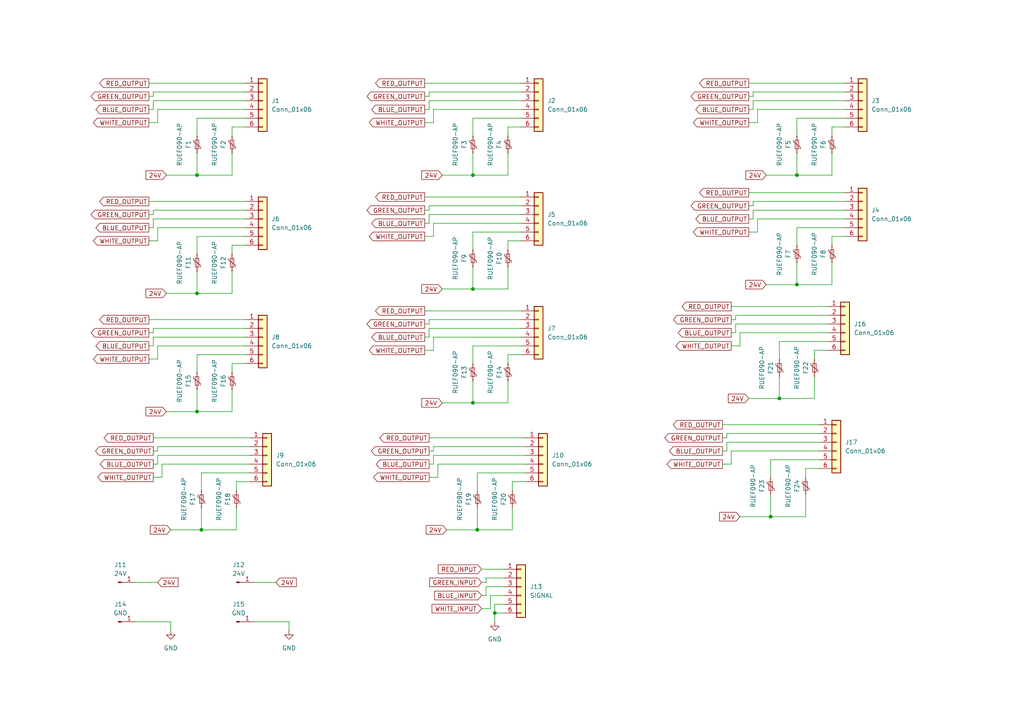
<source format=kicad_sch>
(kicad_sch (version 20211123) (generator eeschema)
  (paper "A4")
  (lib_symbols
    (symbol "Connector:Conn_01x01_Male" (pin_names (offset 1.016) hide)
      (property "Reference" "J" (at 0 2.54 0))
      (property "Value" "Conn_01x01_Male" (at 0 -2.54 0))
      (symbol "Conn_01x01_Male_1_1"
        (polyline (pts (xy 1.27 0) (xy 0.8636 0)) (stroke (width 0.1524)))
        (rectangle (start 0.8636 0.127) (end 0 -0.127) (stroke (width 0.1524)) (fill (type outline)))
        (pin passive line (at 5.08 0 180) (length 3.81) (name "Pin_1") (number "1"))
      )
    )
    (symbol "Connector_Generic:Conn_01x06" (pin_names (offset 1.016) hide)
      (property "Reference" "J" (at 0 7.62 0))
      (property "Value" "Conn_01x06" (at 0 -10.16 0))
      (symbol "Conn_01x06_1_1"
        (rectangle (start -1.27 -7.493) (end 0 -7.747) (stroke (width 0.1524)))
        (rectangle (start -1.27 -4.953) (end 0 -5.207) (stroke (width 0.1524)))
        (rectangle (start -1.27 -2.413) (end 0 -2.667) (stroke (width 0.1524)))
        (rectangle (start -1.27 0.127) (end 0 -0.127) (stroke (width 0.1524)))
        (rectangle (start -1.27 2.667) (end 0 2.413) (stroke (width 0.1524)))
        (rectangle (start -1.27 5.207) (end 0 4.953) (stroke (width 0.1524)))
        (rectangle (start -1.27 6.35) (end 1.27 -8.89) (stroke (width 0.254)) (fill (type background)))
        (pin passive line (at -5.08 5.08 0) (length 3.81) (name "Pin_1") (number "1"))
        (pin passive line (at -5.08 2.54 0) (length 3.81) (name "Pin_2") (number "2"))
        (pin passive line (at -5.08 0 0) (length 3.81) (name "Pin_3") (number "3"))
        (pin passive line (at -5.08 -2.54 0) (length 3.81) (name "Pin_4") (number "4"))
        (pin passive line (at -5.08 -5.08 0) (length 3.81) (name "Pin_5") (number "5"))
        (pin passive line (at -5.08 -7.62 0) (length 3.81) (name "Pin_6") (number "6"))
      )
    )
    (symbol "Device:Polyfuse_Small" (pin_numbers hide) (pin_names (offset 0))
      (property "Reference" "F?" (at -2.54 0 90))
      (property "Value" "RUEF090-AP" (at -5.08 0 90))
      (symbol "Polyfuse_Small_0_1"
        (rectangle (start -0.508 1.27) (end 0.508 -1.27))
        (polyline (pts (xy 0 2.54) (xy 0 -2.54)))
        (polyline (pts (xy -1.016 1.27) (xy -1.016 0.762) (xy 1.016 -0.762) (xy 1.016 -1.27)))
      )
      (symbol "Polyfuse_Small_1_1"
        (pin passive line (at 0 2.54 270) (length 0.635) (name "~") (number "1"))
        (pin passive line (at 0 -2.54 90) (length 0.635) (name "~") (number "2"))
      )
    )
    (symbol "power:GND" (power) (pin_names (offset 0))
      (property "Value" "GND" (at 0 -3.81 0))
      (symbol "GND_0_1"
        (polyline (pts (xy 0 0) (xy 0 -1.27) (xy 1.27 -1.27) (xy 0 -2.54) (xy -1.27 -1.27) (xy 0 -1.27)))
      )
      (symbol "GND_1_1"
        (pin power_in line (at 0 0 270) (length 0) hide (name "GND") (number "1"))
      )
    )
  )
  (junction (at 137.16 83.82))
  (junction (at 231.14 82.55))
  (junction (at 137.16 116.84))
  (junction (at 226.06 115.57))
  (junction (at 138.43 153.67))
  (junction (at 223.52 149.86))
  (junction (at 58.42 153.67))
  (junction (at 231.14 50.8))
  (junction (at 57.15 119.38))
  (junction (at 57.15 85.09))
  (junction (at 57.15 50.8))
  (junction (at 143.51 177.8))
  (junction (at 137.16 50.8))
  (wire (pts (xy 143.51 180.34) (xy 143.51 177.8)))
  (wire (pts (xy 67.31 119.38) (xy 57.15 119.38)))
  (wire (pts (xy 210.82 128.27) (xy 210.82 130.81)))
  (wire (pts (xy 218.44 31.75) (xy 217.17 31.75)))
  (wire (pts (xy 245.11 60.96) (xy 218.44 60.96)))
  (wire (pts (xy 212.09 130.81) (xy 237.49 130.81)))
  (wire (pts (xy 44.45 63.5) (xy 44.45 66.04)))
  (wire (pts (xy 43.18 58.42) (xy 71.12 58.42)))
  (wire (pts (xy 143.51 175.26) (xy 146.05 175.26)))
  (wire (pts (xy 138.43 147.32) (xy 138.43 153.67)))
  (wire (pts (xy 71.12 63.5) (xy 44.45 63.5)))
  (wire (pts (xy 43.18 92.71) (xy 71.12 92.71)))
  (wire (pts (xy 210.82 130.81) (xy 209.55 130.81)))
  (wire (pts (xy 57.15 113.03) (xy 57.15 119.38)))
  (wire (pts (xy 217.17 55.88) (xy 245.11 55.88)))
  (wire (pts (xy 137.16 83.82) (xy 128.27 83.82)))
  (wire (pts (xy 45.72 134.62) (xy 44.45 134.62)))
  (wire (pts (xy 245.11 34.29) (xy 231.14 34.29)))
  (wire (pts (xy 241.3 76.2) (xy 241.3 82.55)))
  (wire (pts (xy 67.31 85.09) (xy 57.15 85.09)))
  (wire (pts (xy 223.52 143.51) (xy 223.52 149.86)))
  (wire (pts (xy 143.51 177.8) (xy 146.05 177.8)))
  (wire (pts (xy 241.3 44.45) (xy 241.3 50.8)))
  (wire (pts (xy 212.09 88.9) (xy 240.03 88.9)))
  (wire (pts (xy 83.82 180.34) (xy 83.82 182.88)))
  (wire (pts (xy 68.58 139.7) (xy 68.58 142.24)))
  (wire (pts (xy 146.05 167.64) (xy 140.97 167.64)))
  (wire (pts (xy 237.49 128.27) (xy 210.82 128.27)))
  (wire (pts (xy 57.15 102.87) (xy 57.15 107.95)))
  (wire (pts (xy 147.32 116.84) (xy 137.16 116.84)))
  (wire (pts (xy 57.15 85.09) (xy 48.26 85.09)))
  (wire (pts (xy 237.49 135.89) (xy 233.68 135.89)))
  (wire (pts (xy 124.46 29.21) (xy 124.46 31.75)))
  (wire (pts (xy 73.66 168.91) (xy 80.01 168.91)))
  (wire (pts (xy 147.32 77.47) (xy 147.32 83.82)))
  (wire (pts (xy 245.11 68.58) (xy 241.3 68.58)))
  (wire (pts (xy 148.59 153.67) (xy 138.43 153.67)))
  (wire (pts (xy 72.39 137.16) (xy 58.42 137.16)))
  (wire (pts (xy 218.44 26.67) (xy 245.11 26.67)))
  (wire (pts (xy 152.4 139.7) (xy 148.59 139.7)))
  (wire (pts (xy 217.17 27.94) (xy 218.44 27.94)))
  (wire (pts (xy 137.16 110.49) (xy 137.16 116.84)))
  (wire (pts (xy 140.97 170.18) (xy 140.97 172.72)))
  (wire (pts (xy 241.3 36.83) (xy 241.3 39.37)))
  (wire (pts (xy 72.39 139.7) (xy 68.58 139.7)))
  (wire (pts (xy 71.12 68.58) (xy 57.15 68.58)))
  (wire (pts (xy 240.03 93.98) (xy 213.36 93.98)))
  (wire (pts (xy 147.32 69.85) (xy 147.32 72.39)))
  (wire (pts (xy 71.12 36.83) (xy 67.31 36.83)))
  (wire (pts (xy 151.13 67.31) (xy 137.16 67.31)))
  (wire (pts (xy 237.49 133.35) (xy 223.52 133.35)))
  (wire (pts (xy 124.46 26.67) (xy 151.13 26.67)))
  (wire (pts (xy 67.31 105.41) (xy 67.31 107.95)))
  (wire (pts (xy 147.32 110.49) (xy 147.32 116.84)))
  (wire (pts (xy 45.72 130.81) (xy 45.72 129.54)))
  (wire (pts (xy 148.59 147.32) (xy 148.59 153.67)))
  (wire (pts (xy 125.73 132.08) (xy 125.73 134.62)))
  (wire (pts (xy 67.31 78.74) (xy 67.31 85.09)))
  (wire (pts (xy 140.97 168.91) (xy 139.7 168.91)))
  (wire (pts (xy 146.05 172.72) (xy 142.24 172.72)))
  (wire (pts (xy 147.32 50.8) (xy 137.16 50.8)))
  (wire (pts (xy 44.45 31.75) (xy 43.18 31.75)))
  (wire (pts (xy 245.11 36.83) (xy 241.3 36.83)))
  (wire (pts (xy 123.19 57.15) (xy 151.13 57.15)))
  (wire (pts (xy 214.63 96.52) (xy 240.03 96.52)))
  (wire (pts (xy 67.31 113.03) (xy 67.31 119.38)))
  (wire (pts (xy 43.18 96.52) (xy 44.45 96.52)))
  (wire (pts (xy 124.46 138.43) (xy 127 138.43)))
  (wire (pts (xy 151.13 62.23) (xy 124.46 62.23)))
  (wire (pts (xy 44.45 127) (xy 72.39 127)))
  (wire (pts (xy 45.72 31.75) (xy 71.12 31.75)))
  (wire (pts (xy 45.72 35.56) (xy 45.72 31.75)))
  (wire (pts (xy 151.13 95.25) (xy 124.46 95.25)))
  (wire (pts (xy 125.73 134.62) (xy 124.46 134.62)))
  (wire (pts (xy 72.39 132.08) (xy 45.72 132.08)))
  (wire (pts (xy 123.19 27.94) (xy 124.46 27.94)))
  (wire (pts (xy 209.55 127) (xy 210.82 127)))
  (wire (pts (xy 231.14 76.2) (xy 231.14 82.55)))
  (wire (pts (xy 218.44 60.96) (xy 218.44 63.5)))
  (wire (pts (xy 44.45 100.33) (xy 43.18 100.33)))
  (wire (pts (xy 213.36 96.52) (xy 212.09 96.52)))
  (wire (pts (xy 152.4 137.16) (xy 138.43 137.16)))
  (wire (pts (xy 44.45 130.81) (xy 45.72 130.81)))
  (wire (pts (xy 245.11 29.21) (xy 218.44 29.21)))
  (wire (pts (xy 125.73 129.54) (xy 152.4 129.54)))
  (wire (pts (xy 218.44 58.42) (xy 245.11 58.42)))
  (wire (pts (xy 123.19 90.17) (xy 151.13 90.17)))
  (wire (pts (xy 147.32 36.83) (xy 147.32 39.37)))
  (wire (pts (xy 217.17 67.31) (xy 219.71 67.31)))
  (wire (pts (xy 58.42 147.32) (xy 58.42 153.67)))
  (wire (pts (xy 71.12 71.12) (xy 67.31 71.12)))
  (wire (pts (xy 233.68 143.51) (xy 233.68 149.86)))
  (wire (pts (xy 140.97 167.64) (xy 140.97 168.91)))
  (wire (pts (xy 71.12 29.21) (xy 44.45 29.21)))
  (wire (pts (xy 45.72 104.14) (xy 45.72 100.33)))
  (wire (pts (xy 44.45 66.04) (xy 43.18 66.04)))
  (wire (pts (xy 43.18 27.94) (xy 44.45 27.94)))
  (wire (pts (xy 43.18 104.14) (xy 45.72 104.14)))
  (wire (pts (xy 123.19 24.13) (xy 151.13 24.13)))
  (wire (pts (xy 213.36 92.71) (xy 213.36 91.44)))
  (wire (pts (xy 43.18 35.56) (xy 45.72 35.56)))
  (wire (pts (xy 226.06 115.57) (xy 217.17 115.57)))
  (wire (pts (xy 217.17 35.56) (xy 219.71 35.56)))
  (wire (pts (xy 137.16 67.31) (xy 137.16 72.39)))
  (wire (pts (xy 124.46 97.79) (xy 123.19 97.79)))
  (wire (pts (xy 217.17 59.69) (xy 218.44 59.69)))
  (wire (pts (xy 124.46 95.25) (xy 124.46 97.79)))
  (wire (pts (xy 226.06 109.22) (xy 226.06 115.57)))
  (wire (pts (xy 209.55 123.19) (xy 237.49 123.19)))
  (wire (pts (xy 123.19 60.96) (xy 124.46 60.96)))
  (wire (pts (xy 67.31 36.83) (xy 67.31 39.37)))
  (wire (pts (xy 240.03 99.06) (xy 226.06 99.06)))
  (wire (pts (xy 146.05 170.18) (xy 140.97 170.18)))
  (wire (pts (xy 151.13 29.21) (xy 124.46 29.21)))
  (wire (pts (xy 46.99 134.62) (xy 72.39 134.62)))
  (wire (pts (xy 236.22 115.57) (xy 226.06 115.57)))
  (wire (pts (xy 231.14 34.29) (xy 231.14 39.37)))
  (wire (pts (xy 152.4 132.08) (xy 125.73 132.08)))
  (wire (pts (xy 67.31 50.8) (xy 57.15 50.8)))
  (wire (pts (xy 137.16 50.8) (xy 128.27 50.8)))
  (wire (pts (xy 151.13 34.29) (xy 137.16 34.29)))
  (wire (pts (xy 231.14 66.04) (xy 231.14 71.12)))
  (wire (pts (xy 231.14 82.55) (xy 222.25 82.55)))
  (wire (pts (xy 219.71 63.5) (xy 245.11 63.5)))
  (wire (pts (xy 123.19 35.56) (xy 125.73 35.56)))
  (wire (pts (xy 58.42 137.16) (xy 58.42 142.24)))
  (wire (pts (xy 223.52 149.86) (xy 214.63 149.86)))
  (wire (pts (xy 223.52 133.35) (xy 223.52 138.43)))
  (wire (pts (xy 43.18 24.13) (xy 71.12 24.13)))
  (wire (pts (xy 125.73 130.81) (xy 125.73 129.54)))
  (wire (pts (xy 124.46 31.75) (xy 123.19 31.75)))
  (wire (pts (xy 137.16 44.45) (xy 137.16 50.8)))
  (wire (pts (xy 125.73 101.6) (xy 125.73 97.79)))
  (wire (pts (xy 147.32 44.45) (xy 147.32 50.8)))
  (wire (pts (xy 71.12 97.79) (xy 44.45 97.79)))
  (wire (pts (xy 44.45 97.79) (xy 44.45 100.33)))
  (wire (pts (xy 217.17 24.13) (xy 245.11 24.13)))
  (wire (pts (xy 240.03 101.6) (xy 236.22 101.6)))
  (wire (pts (xy 138.43 153.67) (xy 129.54 153.67)))
  (wire (pts (xy 44.45 138.43) (xy 46.99 138.43)))
  (wire (pts (xy 125.73 64.77) (xy 151.13 64.77)))
  (wire (pts (xy 125.73 31.75) (xy 151.13 31.75)))
  (wire (pts (xy 124.46 93.98) (xy 124.46 92.71)))
  (wire (pts (xy 46.99 138.43) (xy 46.99 134.62)))
  (wire (pts (xy 137.16 77.47) (xy 137.16 83.82)))
  (wire (pts (xy 39.37 180.34) (xy 49.53 180.34)))
  (wire (pts (xy 44.45 95.25) (xy 71.12 95.25)))
  (wire (pts (xy 209.55 134.62) (xy 212.09 134.62)))
  (wire (pts (xy 45.72 132.08) (xy 45.72 134.62)))
  (wire (pts (xy 44.45 29.21) (xy 44.45 31.75)))
  (wire (pts (xy 147.32 102.87) (xy 147.32 105.41)))
  (wire (pts (xy 233.68 149.86) (xy 223.52 149.86)))
  (wire (pts (xy 212.09 134.62) (xy 212.09 130.81)))
  (wire (pts (xy 124.46 127) (xy 152.4 127)))
  (wire (pts (xy 57.15 44.45) (xy 57.15 50.8)))
  (wire (pts (xy 245.11 66.04) (xy 231.14 66.04)))
  (wire (pts (xy 137.16 100.33) (xy 137.16 105.41)))
  (wire (pts (xy 71.12 102.87) (xy 57.15 102.87)))
  (wire (pts (xy 226.06 99.06) (xy 226.06 104.14)))
  (wire (pts (xy 44.45 60.96) (xy 71.12 60.96)))
  (wire (pts (xy 39.37 168.91) (xy 45.72 168.91)))
  (wire (pts (xy 44.45 96.52) (xy 44.45 95.25)))
  (wire (pts (xy 142.24 176.53) (xy 139.7 176.53)))
  (wire (pts (xy 124.46 92.71) (xy 151.13 92.71)))
  (wire (pts (xy 218.44 27.94) (xy 218.44 26.67)))
  (wire (pts (xy 231.14 50.8) (xy 222.25 50.8)))
  (wire (pts (xy 212.09 92.71) (xy 213.36 92.71)))
  (wire (pts (xy 218.44 59.69) (xy 218.44 58.42)))
  (wire (pts (xy 73.66 180.34) (xy 83.82 180.34)))
  (wire (pts (xy 124.46 64.77) (xy 123.19 64.77)))
  (wire (pts (xy 236.22 109.22) (xy 236.22 115.57)))
  (wire (pts (xy 67.31 44.45) (xy 67.31 50.8)))
  (wire (pts (xy 212.09 100.33) (xy 214.63 100.33)))
  (wire (pts (xy 68.58 153.67) (xy 58.42 153.67)))
  (wire (pts (xy 67.31 71.12) (xy 67.31 73.66)))
  (wire (pts (xy 138.43 137.16) (xy 138.43 142.24)))
  (wire (pts (xy 219.71 35.56) (xy 219.71 31.75)))
  (wire (pts (xy 57.15 119.38) (xy 48.26 119.38)))
  (wire (pts (xy 57.15 50.8) (xy 48.26 50.8)))
  (wire (pts (xy 151.13 69.85) (xy 147.32 69.85)))
  (wire (pts (xy 241.3 82.55) (xy 231.14 82.55)))
  (wire (pts (xy 219.71 67.31) (xy 219.71 63.5)))
  (wire (pts (xy 124.46 59.69) (xy 151.13 59.69)))
  (wire (pts (xy 241.3 68.58) (xy 241.3 71.12)))
  (wire (pts (xy 45.72 66.04) (xy 71.12 66.04)))
  (wire (pts (xy 43.18 69.85) (xy 45.72 69.85)))
  (wire (pts (xy 210.82 125.73) (xy 237.49 125.73)))
  (wire (pts (xy 219.71 31.75) (xy 245.11 31.75)))
  (wire (pts (xy 49.53 180.34) (xy 49.53 182.88)))
  (wire (pts (xy 45.72 69.85) (xy 45.72 66.04)))
  (wire (pts (xy 127 134.62) (xy 152.4 134.62)))
  (wire (pts (xy 44.45 27.94) (xy 44.45 26.67)))
  (wire (pts (xy 125.73 35.56) (xy 125.73 31.75)))
  (wire (pts (xy 57.15 68.58) (xy 57.15 73.66)))
  (wire (pts (xy 151.13 36.83) (xy 147.32 36.83)))
  (wire (pts (xy 57.15 34.29) (xy 57.15 39.37)))
  (wire (pts (xy 140.97 172.72) (xy 139.7 172.72)))
  (wire (pts (xy 142.24 172.72) (xy 142.24 176.53)))
  (wire (pts (xy 123.19 93.98) (xy 124.46 93.98)))
  (wire (pts (xy 57.15 78.74) (xy 57.15 85.09)))
  (wire (pts (xy 139.7 165.1) (xy 146.05 165.1)))
  (wire (pts (xy 123.19 101.6) (xy 125.73 101.6)))
  (wire (pts (xy 45.72 100.33) (xy 71.12 100.33)))
  (wire (pts (xy 233.68 135.89) (xy 233.68 138.43)))
  (wire (pts (xy 213.36 91.44) (xy 240.03 91.44)))
  (wire (pts (xy 218.44 63.5) (xy 217.17 63.5)))
  (wire (pts (xy 127 138.43) (xy 127 134.62)))
  (wire (pts (xy 124.46 130.81) (xy 125.73 130.81)))
  (wire (pts (xy 218.44 29.21) (xy 218.44 31.75)))
  (wire (pts (xy 125.73 68.58) (xy 125.73 64.77)))
  (wire (pts (xy 241.3 50.8) (xy 231.14 50.8)))
  (wire (pts (xy 147.32 83.82) (xy 137.16 83.82)))
  (wire (pts (xy 137.16 116.84) (xy 128.27 116.84)))
  (wire (pts (xy 231.14 44.45) (xy 231.14 50.8)))
  (wire (pts (xy 45.72 129.54) (xy 72.39 129.54)))
  (wire (pts (xy 44.45 62.23) (xy 44.45 60.96)))
  (wire (pts (xy 124.46 60.96) (xy 124.46 59.69)))
  (wire (pts (xy 43.18 62.23) (xy 44.45 62.23)))
  (wire (pts (xy 137.16 34.29) (xy 137.16 39.37)))
  (wire (pts (xy 210.82 127) (xy 210.82 125.73)))
  (wire (pts (xy 71.12 105.41) (xy 67.31 105.41)))
  (wire (pts (xy 58.42 153.67) (xy 49.53 153.67)))
  (wire (pts (xy 143.51 177.8) (xy 143.51 175.26)))
  (wire (pts (xy 214.63 100.33) (xy 214.63 96.52)))
  (wire (pts (xy 213.36 93.98) (xy 213.36 96.52)))
  (wire (pts (xy 151.13 102.87) (xy 147.32 102.87)))
  (wire (pts (xy 44.45 26.67) (xy 71.12 26.67)))
  (wire (pts (xy 124.46 27.94) (xy 124.46 26.67)))
  (wire (pts (xy 148.59 139.7) (xy 148.59 142.24)))
  (wire (pts (xy 123.19 68.58) (xy 125.73 68.58)))
  (wire (pts (xy 151.13 100.33) (xy 137.16 100.33)))
  (wire (pts (xy 236.22 101.6) (xy 236.22 104.14)))
  (wire (pts (xy 124.46 62.23) (xy 124.46 64.77)))
  (wire (pts (xy 71.12 34.29) (xy 57.15 34.29)))
  (wire (pts (xy 68.58 147.32) (xy 68.58 153.67)))
  (wire (pts (xy 125.73 97.79) (xy 151.13 97.79)))
  (global_label "GREEN_OUTPUT" (shape output) (at 217.17 59.69 180) (property "Intersheet References" "${INTERSHEET_REFS}" (effects hide)))
  (global_label "RED_OUTPUT" (shape output) (at 43.18 58.42 180) (property "Intersheet References" "${INTERSHEET_REFS}" (effects hide)))
  (global_label "WHITE_OUTPUT" (shape output) (at 123.19 35.56 180) (property "Intersheet References" "${INTERSHEET_REFS}" (effects hide)))
  (global_label "24V" (shape input) (at 222.25 50.8 180) (property "Intersheet References" "${INTERSHEET_REFS}" (effects hide)))
  (global_label "RED_OUTPUT" (shape output) (at 123.19 24.13 180) (property "Intersheet References" "${INTERSHEET_REFS}" (effects hide)))
  (global_label "24V" (shape input) (at 214.63 149.86 180) (property "Intersheet References" "${INTERSHEET_REFS}" (effects hide)))
  (global_label "RED_OUTPUT" (shape output) (at 123.19 90.17 180) (property "Intersheet References" "${INTERSHEET_REFS}" (effects hide)))
  (global_label "24V" (shape input) (at 45.72 168.91 0) (property "Intersheet References" "${INTERSHEET_REFS}" (effects hide)))
  (global_label "24V" (shape input) (at 222.25 82.55 180) (property "Intersheet References" "${INTERSHEET_REFS}" (effects hide)))
  (global_label "24V" (shape input) (at 128.27 116.84 180) (property "Intersheet References" "${INTERSHEET_REFS}" (effects hide)))
  (global_label "24V" (shape input) (at 129.54 153.67 180) (property "Intersheet References" "${INTERSHEET_REFS}" (effects hide)))
  (global_label "GREEN_INPUT" (shape input) (at 139.7 168.91 180) (property "Intersheet References" "${INTERSHEET_REFS}" (effects hide)))
  (global_label "BLUE_OUTPUT" (shape output) (at 43.18 31.75 180) (property "Intersheet References" "${INTERSHEET_REFS}" (effects hide)))
  (global_label "WHITE_OUTPUT" (shape output) (at 44.45 138.43 180) (property "Intersheet References" "${INTERSHEET_REFS}" (effects hide)))
  (global_label "BLUE_OUTPUT" (shape output) (at 123.19 64.77 180) (property "Intersheet References" "${INTERSHEET_REFS}" (effects hide)))
  (global_label "24V" (shape input) (at 48.26 85.09 180) (property "Intersheet References" "${INTERSHEET_REFS}" (effects hide)))
  (global_label "24V" (shape input) (at 128.27 50.8 180) (property "Intersheet References" "${INTERSHEET_REFS}" (effects hide)))
  (global_label "WHITE_OUTPUT" (shape output) (at 209.55 134.62 180) (property "Intersheet References" "${INTERSHEET_REFS}" (effects hide)))
  (global_label "GREEN_OUTPUT" (shape output) (at 123.19 27.94 180) (property "Intersheet References" "${INTERSHEET_REFS}" (effects hide)))
  (global_label "GREEN_OUTPUT" (shape output) (at 43.18 96.52 180) (property "Intersheet References" "${INTERSHEET_REFS}" (effects hide)))
  (global_label "WHITE_INPUT" (shape input) (at 139.7 176.53 180) (property "Intersheet References" "${INTERSHEET_REFS}" (effects hide)))
  (global_label "GREEN_OUTPUT" (shape output) (at 217.17 27.94 180) (property "Intersheet References" "${INTERSHEET_REFS}" (effects hide)))
  (global_label "24V" (shape input) (at 80.01 168.91 0) (property "Intersheet References" "${INTERSHEET_REFS}" (effects hide)))
  (global_label "RED_OUTPUT" (shape output) (at 217.17 24.13 180) (property "Intersheet References" "${INTERSHEET_REFS}" (effects hide)))
  (global_label "GREEN_OUTPUT" (shape output) (at 43.18 62.23 180) (property "Intersheet References" "${INTERSHEET_REFS}" (effects hide)))
  (global_label "BLUE_OUTPUT" (shape output) (at 44.45 134.62 180) (property "Intersheet References" "${INTERSHEET_REFS}" (effects hide)))
  (global_label "BLUE_OUTPUT" (shape output) (at 43.18 66.04 180) (property "Intersheet References" "${INTERSHEET_REFS}" (effects hide)))
  (global_label "RED_OUTPUT" (shape output) (at 43.18 24.13 180) (property "Intersheet References" "${INTERSHEET_REFS}" (effects hide)))
  (global_label "WHITE_OUTPUT" (shape output) (at 217.17 35.56 180) (property "Intersheet References" "${INTERSHEET_REFS}" (effects hide)))
  (global_label "BLUE_INPUT" (shape input) (at 139.7 172.72 180) (property "Intersheet References" "${INTERSHEET_REFS}" (effects hide)))
  (global_label "BLUE_OUTPUT" (shape output) (at 43.18 100.33 180) (property "Intersheet References" "${INTERSHEET_REFS}" (effects hide)))
  (global_label "GREEN_OUTPUT" (shape output) (at 123.19 93.98 180) (property "Intersheet References" "${INTERSHEET_REFS}" (effects hide)))
  (global_label "24V" (shape input) (at 49.53 153.67 180) (property "Intersheet References" "${INTERSHEET_REFS}" (effects hide)))
  (global_label "RED_OUTPUT" (shape output) (at 209.55 123.19 180) (property "Intersheet References" "${INTERSHEET_REFS}" (effects hide)))
  (global_label "24V" (shape input) (at 217.17 115.57 180) (property "Intersheet References" "${INTERSHEET_REFS}" (effects hide)))
  (global_label "RED_OUTPUT" (shape output) (at 43.18 92.71 180) (property "Intersheet References" "${INTERSHEET_REFS}" (effects hide)))
  (global_label "BLUE_OUTPUT" (shape output) (at 123.19 31.75 180) (property "Intersheet References" "${INTERSHEET_REFS}" (effects hide)))
  (global_label "WHITE_OUTPUT" (shape output) (at 124.46 138.43 180) (property "Intersheet References" "${INTERSHEET_REFS}" (effects hide)))
  (global_label "24V" (shape input) (at 128.27 83.82 180) (property "Intersheet References" "${INTERSHEET_REFS}" (effects hide)))
  (global_label "WHITE_OUTPUT" (shape output) (at 217.17 67.31 180) (property "Intersheet References" "${INTERSHEET_REFS}" (effects hide)))
  (global_label "WHITE_OUTPUT" (shape output) (at 43.18 69.85 180) (property "Intersheet References" "${INTERSHEET_REFS}" (effects hide)))
  (global_label "GREEN_OUTPUT" (shape output) (at 44.45 130.81 180) (property "Intersheet References" "${INTERSHEET_REFS}" (effects hide)))
  (global_label "GREEN_OUTPUT" (shape output) (at 212.09 92.71 180) (property "Intersheet References" "${INTERSHEET_REFS}" (effects hide)))
  (global_label "BLUE_OUTPUT" (shape output) (at 123.19 97.79 180) (property "Intersheet References" "${INTERSHEET_REFS}" (effects hide)))
  (global_label "GREEN_OUTPUT" (shape output) (at 209.55 127 180) (property "Intersheet References" "${INTERSHEET_REFS}" (effects hide)))
  (global_label "WHITE_OUTPUT" (shape output) (at 43.18 35.56 180) (property "Intersheet References" "${INTERSHEET_REFS}" (effects hide)))
  (global_label "WHITE_OUTPUT" (shape output) (at 43.18 104.14 180) (property "Intersheet References" "${INTERSHEET_REFS}" (effects hide)))
  (global_label "GREEN_OUTPUT" (shape output) (at 43.18 27.94 180) (property "Intersheet References" "${INTERSHEET_REFS}" (effects hide)))
  (global_label "GREEN_OUTPUT" (shape output) (at 124.46 130.81 180) (property "Intersheet References" "${INTERSHEET_REFS}" (effects hide)))
  (global_label "RED_INPUT" (shape input) (at 139.7 165.1 180) (property "Intersheet References" "${INTERSHEET_REFS}" (effects hide)))
  (global_label "RED_OUTPUT" (shape output) (at 212.09 88.9 180) (property "Intersheet References" "${INTERSHEET_REFS}" (effects hide)))
  (global_label "BLUE_OUTPUT" (shape output) (at 124.46 134.62 180) (property "Intersheet References" "${INTERSHEET_REFS}" (effects hide)))
  (global_label "24V" (shape input) (at 48.26 50.8 180) (property "Intersheet References" "${INTERSHEET_REFS}" (effects hide)))
  (global_label "BLUE_OUTPUT" (shape output) (at 212.09 96.52 180) (property "Intersheet References" "${INTERSHEET_REFS}" (effects hide)))
  (global_label "BLUE_OUTPUT" (shape output) (at 217.17 63.5 180) (property "Intersheet References" "${INTERSHEET_REFS}" (effects hide)))
  (global_label "RED_OUTPUT" (shape output) (at 44.45 127 180) (property "Intersheet References" "${INTERSHEET_REFS}" (effects hide)))
  (global_label "WHITE_OUTPUT" (shape output) (at 123.19 68.58 180) (property "Intersheet References" "${INTERSHEET_REFS}" (effects hide)))
  (global_label "WHITE_OUTPUT" (shape output) (at 212.09 100.33 180) (property "Intersheet References" "${INTERSHEET_REFS}" (effects hide)))
  (global_label "RED_OUTPUT" (shape output) (at 217.17 55.88 180) (property "Intersheet References" "${INTERSHEET_REFS}" (effects hide)))
  (global_label "RED_OUTPUT" (shape output) (at 124.46 127 180) (property "Intersheet References" "${INTERSHEET_REFS}" (effects hide)))
  (global_label "GREEN_OUTPUT" (shape output) (at 123.19 60.96 180) (property "Intersheet References" "${INTERSHEET_REFS}" (effects hide)))
  (global_label "BLUE_OUTPUT" (shape output) (at 209.55 130.81 180) (property "Intersheet References" "${INTERSHEET_REFS}" (effects hide)))
  (global_label "24V" (shape input) (at 48.26 119.38 180) (property "Intersheet References" "${INTERSHEET_REFS}" (effects hide)))
  (global_label "WHITE_OUTPUT" (shape output) (at 123.19 101.6 180) (property "Intersheet References" "${INTERSHEET_REFS}" (effects hide)))
  (global_label "BLUE_OUTPUT" (shape output) (at 217.17 31.75 180) (property "Intersheet References" "${INTERSHEET_REFS}" (effects hide)))
  (global_label "RED_OUTPUT" (shape output) (at 123.19 57.15 180) (property "Intersheet References" "${INTERSHEET_REFS}" (effects hide)))
  (symbol (lib_id "power:GND") (at 83.82 182.88 0) (unit 1)
    (property "Reference" "#PWR07" (effects hide))
    (property "Value" "GND" (at 83.82 187.96 0))
  )
  (symbol (lib_id "Connector_Generic:Conn_01x06") (at 156.21 29.21 0) (unit 1)
    (property "Reference" "J2" (at 158.75 29.2099 0) (effects (justify left)))
    (property "Value" "Conn_01x06" (at 158.75 31.7499 0) (effects (justify left)))
    (property "Footprint" "Library:1814605" (effects hide))
  )
  (symbol (lib_id "Connector_Generic:Conn_01x06") (at 76.2 63.5 0) (unit 1)
    (property "Reference" "J6" (at 78.74 63.4999 0) (effects (justify left)))
    (property "Value" "Conn_01x06" (at 78.74 66.0399 0) (effects (justify left)))
    (property "Footprint" "Library:1814605" (effects hide))
  )
  (symbol (lib_id "Connector_Generic:Conn_01x06") (at 245.11 93.98 0) (unit 1)
    (property "Reference" "J16" (at 247.65 93.9799 0) (effects (justify left)))
    (property "Value" "Conn_01x06" (at 247.65 96.5199 0) (effects (justify left)))
    (property "Footprint" "Library:1814605" (effects hide))
  )
  (symbol (lib_id "Connector_Generic:Conn_01x06") (at 76.2 97.79 0) (unit 1)
    (property "Reference" "J8" (at 78.74 97.7899 0) (effects (justify left)))
    (property "Value" "Conn_01x06" (at 78.74 100.3299 0) (effects (justify left)))
    (property "Footprint" "Library:1814605" (effects hide))
  )
  (symbol (lib_id "Connector:Conn_01x01_Male") (at 68.58 168.91 0) (unit 1)
    (property "Reference" "J12" (at 69.215 163.83 0))
    (property "Value" "24V" (at 69.215 166.37 0))
    (property "Footprint" "Library:1212" (effects hide))
  )
  (symbol (lib_id "Connector_Generic:Conn_01x06") (at 250.19 60.96 0) (unit 1)
    (property "Reference" "J4" (at 252.73 60.9599 0) (effects (justify left)))
    (property "Value" "Conn_01x06" (at 252.73 63.4999 0) (effects (justify left)))
    (property "Footprint" "Library:1814605" (effects hide))
  )
  (symbol (lib_id "Connector_Generic:Conn_01x06") (at 242.57 128.27 0) (unit 1)
    (property "Reference" "J17" (at 245.11 128.2699 0) (effects (justify left)))
    (property "Value" "Conn_01x06" (at 245.11 130.8099 0) (effects (justify left)))
    (property "Footprint" "Library:1814605" (effects hide))
  )
  (symbol (lib_id "Device:Polyfuse_Small") (at 223.52 140.97 180) (unit 1)
    (property "Reference" "F23" (at 220.98 140.97 90))
    (property "Value" "RUEF090-AP" (at 218.44 140.97 90))
    (property "Footprint" "Fuse:Fuse_Littelfuse_395Series" (effects hide))
  )
  (symbol (lib_id "Device:Polyfuse_Small") (at 231.14 73.66 180) (unit 1)
    (property "Reference" "F7" (at 228.6 73.66 90))
    (property "Value" "RUEF090-AP" (at 226.06 73.66 90))
    (property "Footprint" "Fuse:Fuse_Littelfuse_395Series" (effects hide))
  )
  (symbol (lib_id "Device:Polyfuse_Small") (at 137.16 41.91 180) (unit 1)
    (property "Reference" "F3" (at 134.62 41.91 90))
    (property "Value" "RUEF090-AP" (at 132.08 41.91 90))
    (property "Footprint" "Fuse:Fuse_Littelfuse_395Series" (effects hide))
  )
  (symbol (lib_id "Connector:Conn_01x01_Male") (at 34.29 168.91 0) (unit 1)
    (property "Reference" "J11" (at 34.925 163.83 0))
    (property "Value" "24V" (at 34.925 166.37 0))
    (property "Footprint" "Library:1212" (effects hide))
  )
  (symbol (lib_id "Device:Polyfuse_Small") (at 147.32 41.91 180) (unit 1)
    (property "Reference" "F4" (at 144.78 41.91 90))
    (property "Value" "RUEF090-AP" (at 142.24 41.91 90))
    (property "Footprint" "Fuse:Fuse_Littelfuse_395Series" (effects hide))
  )
  (symbol (lib_id "Device:Polyfuse_Small") (at 58.42 144.78 180) (unit 1)
    (property "Reference" "F17" (at 55.88 144.78 90))
    (property "Value" "RUEF090-AP" (at 53.34 144.78 90))
    (property "Footprint" "Fuse:Fuse_Littelfuse_395Series" (effects hide))
  )
  (symbol (lib_id "Device:Polyfuse_Small") (at 67.31 41.91 180) (unit 1)
    (property "Reference" "F2" (at 64.77 41.91 90))
    (property "Value" "RUEF090-AP" (at 62.23 41.91 90))
    (property "Footprint" "Fuse:Fuse_Littelfuse_395Series" (effects hide))
  )
  (symbol (lib_id "Connector_Generic:Conn_01x06") (at 156.21 95.25 0) (unit 1)
    (property "Reference" "J7" (at 158.75 95.2499 0) (effects (justify left)))
    (property "Value" "Conn_01x06" (at 158.75 97.7899 0) (effects (justify left)))
    (property "Footprint" "Library:1814605" (effects hide))
  )
  (symbol (lib_id "Device:Polyfuse_Small") (at 67.31 110.49 180) (unit 1)
    (property "Reference" "F16" (at 64.77 110.49 90))
    (property "Value" "RUEF090-AP" (at 62.23 110.49 90))
    (property "Footprint" "Fuse:Fuse_Littelfuse_395Series" (effects hide))
  )
  (symbol (lib_id "Device:Polyfuse_Small") (at 236.22 106.68 180) (unit 1)
    (property "Reference" "F22" (at 233.68 106.68 90))
    (property "Value" "RUEF090-AP" (at 231.14 106.68 90))
    (property "Footprint" "Fuse:Fuse_Littelfuse_395Series" (effects hide))
  )
  (symbol (lib_id "Device:Polyfuse_Small") (at 57.15 41.91 180) (unit 1)
    (property "Reference" "F1" (at 54.61 41.91 90))
    (property "Value" "RUEF090-AP" (at 52.07 41.91 90))
    (property "Footprint" "Fuse:Fuse_Littelfuse_395Series" (effects hide))
  )
  (symbol (lib_id "Connector:Conn_01x01_Male") (at 34.29 180.34 0) (unit 1)
    (property "Reference" "J14" (at 34.925 175.26 0))
    (property "Value" "GND" (at 34.925 177.8 0))
    (property "Footprint" "Library:1212" (effects hide))
  )
  (symbol (lib_id "Device:Polyfuse_Small") (at 138.43 144.78 180) (unit 1)
    (property "Reference" "F19" (at 135.89 144.78 90))
    (property "Value" "RUEF090-AP" (at 133.35 144.78 90))
    (property "Footprint" "Fuse:Fuse_Littelfuse_395Series" (effects hide))
  )
  (symbol (lib_id "Device:Polyfuse_Small") (at 137.16 74.93 180) (unit 1)
    (property "Reference" "F9" (at 134.62 74.93 90))
    (property "Value" "RUEF090-AP" (at 132.08 74.93 90))
    (property "Footprint" "Fuse:Fuse_Littelfuse_395Series" (effects hide))
  )
  (symbol (lib_id "Connector_Generic:Conn_01x06") (at 77.47 132.08 0) (unit 1)
    (property "Reference" "J9" (at 80.01 132.0799 0) (effects (justify left)))
    (property "Value" "Conn_01x06" (at 80.01 134.6199 0) (effects (justify left)))
    (property "Footprint" "Library:1814605" (effects hide))
  )
  (symbol (lib_id "Device:Polyfuse_Small") (at 231.14 41.91 180) (unit 1)
    (property "Reference" "F5" (at 228.6 41.91 90))
    (property "Value" "RUEF090-AP" (at 226.06 41.91 90))
    (property "Footprint" "Fuse:Fuse_Littelfuse_395Series" (effects hide))
  )
  (symbol (lib_id "Device:Polyfuse_Small") (at 57.15 76.2 180) (unit 1)
    (property "Reference" "F11" (at 54.61 76.2 90))
    (property "Value" "RUEF090-AP" (at 52.07 76.2 90))
    (property "Footprint" "Fuse:Fuse_Littelfuse_395Series" (effects hide))
  )
  (symbol (lib_id "Device:Polyfuse_Small") (at 147.32 74.93 180) (unit 1)
    (property "Reference" "F10" (at 144.78 74.93 90))
    (property "Value" "RUEF090-AP" (at 142.24 74.93 90))
    (property "Footprint" "Fuse:Fuse_Littelfuse_395Series" (effects hide))
  )
  (symbol (lib_id "Device:Polyfuse_Small") (at 148.59 144.78 180) (unit 1)
    (property "Reference" "F20" (at 146.05 144.78 90))
    (property "Value" "RUEF090-AP" (at 143.51 144.78 90))
    (property "Footprint" "Fuse:Fuse_Littelfuse_395Series" (effects hide))
  )
  (symbol (lib_id "Connector:Conn_01x01_Male") (at 68.58 180.34 0) (unit 1)
    (property "Reference" "J15" (at 69.215 175.26 0))
    (property "Value" "GND" (at 69.215 177.8 0))
    (property "Footprint" "Library:1212" (effects hide))
  )
  (symbol (lib_id "Device:Polyfuse_Small") (at 57.15 110.49 180) (unit 1)
    (property "Reference" "F15" (at 54.61 110.49 90))
    (property "Value" "RUEF090-AP" (at 52.07 110.49 90))
    (property "Footprint" "Fuse:Fuse_Littelfuse_395Series" (effects hide))
  )
  (symbol (lib_id "Device:Polyfuse_Small") (at 67.31 76.2 180) (unit 1)
    (property "Reference" "F12" (at 64.77 76.2 90))
    (property "Value" "RUEF090-AP" (at 62.23 76.2 90))
    (property "Footprint" "Fuse:Fuse_Littelfuse_395Series" (effects hide))
  )
  (symbol (lib_id "Device:Polyfuse_Small") (at 137.16 107.95 180) (unit 1)
    (property "Reference" "F13" (at 134.62 107.95 90))
    (property "Value" "RUEF090-AP" (at 132.08 107.95 90))
    (property "Footprint" "Fuse:Fuse_Littelfuse_395Series" (effects hide))
  )
  (symbol (lib_id "Connector_Generic:Conn_01x06") (at 156.21 62.23 0) (unit 1)
    (property "Reference" "J5" (at 158.75 62.2299 0) (effects (justify left)))
    (property "Value" "Conn_01x06" (at 158.75 64.7699 0) (effects (justify left)))
    (property "Footprint" "Library:1814605" (effects hide))
  )
  (symbol (lib_id "Device:Polyfuse_Small") (at 241.3 41.91 180) (unit 1)
    (property "Reference" "F6" (at 238.76 41.91 90))
    (property "Value" "RUEF090-AP" (at 236.22 41.91 90))
    (property "Footprint" "Fuse:Fuse_Littelfuse_395Series" (effects hide))
  )
  (symbol (lib_id "Connector_Generic:Conn_01x06") (at 76.2 29.21 0) (unit 1)
    (property "Reference" "J1" (at 78.74 29.2099 0) (effects (justify left)))
    (property "Value" "Conn_01x06" (at 78.74 31.7499 0) (effects (justify left)))
    (property "Footprint" "Library:1814605" (effects hide))
  )
  (symbol (lib_id "Device:Polyfuse_Small") (at 233.68 140.97 180) (unit 1)
    (property "Reference" "F24" (at 231.14 140.97 90))
    (property "Value" "RUEF090-AP" (at 228.6 140.97 90))
    (property "Footprint" "Fuse:Fuse_Littelfuse_395Series" (effects hide))
  )
  (symbol (lib_id "Device:Polyfuse_Small") (at 226.06 106.68 180) (unit 1)
    (property "Reference" "F21" (at 223.52 106.68 90))
    (property "Value" "RUEF090-AP" (at 220.98 106.68 90))
    (property "Footprint" "Fuse:Fuse_Littelfuse_395Series" (effects hide))
  )
  (symbol (lib_id "power:GND") (at 49.53 182.88 0) (unit 1)
    (property "Reference" "#PWR06" (effects hide))
    (property "Value" "GND" (at 49.53 187.96 0))
  )
  (symbol (lib_id "Connector_Generic:Conn_01x06") (at 157.48 132.08 0) (unit 1)
    (property "Reference" "J10" (at 160.02 132.0799 0) (effects (justify left)))
    (property "Value" "Conn_01x06" (at 160.02 134.6199 0) (effects (justify left)))
    (property "Footprint" "Library:1814605" (effects hide))
  )
  (symbol (lib_id "Connector_Generic:Conn_01x06") (at 151.13 170.18 0) (unit 1)
    (property "Reference" "J13" (at 153.67 170.1799 0) (effects (justify left)))
    (property "Value" "SIGNAL" (at 153.67 172.7199 0) (effects (justify left)))
    (property "Footprint" "Library:1814605" (effects hide))
  )
  (symbol (lib_id "Device:Polyfuse_Small") (at 68.58 144.78 180) (unit 1)
    (property "Reference" "F18" (at 66.04 144.78 90))
    (property "Value" "RUEF090-AP" (at 63.5 144.78 90))
    (property "Footprint" "Fuse:Fuse_Littelfuse_395Series" (effects hide))
  )
  (symbol (lib_id "power:GND") (at 143.51 180.34 0) (unit 1)
    (property "Reference" "#PWR05" (effects hide))
    (property "Value" "GND" (at 143.51 185.42 0))
  )
  (symbol (lib_id "Device:Polyfuse_Small") (at 147.32 107.95 180) (unit 1)
    (property "Reference" "F14" (at 144.78 107.95 90))
    (property "Value" "RUEF090-AP" (at 142.24 107.95 90))
    (property "Footprint" "Fuse:Fuse_Littelfuse_395Series" (effects hide))
  )
  (symbol (lib_id "Connector_Generic:Conn_01x06") (at 250.19 29.21 0) (unit 1)
    (property "Reference" "J3" (at 252.73 29.2099 0) (effects (justify left)))
    (property "Value" "Conn_01x06" (at 252.73 31.7499 0) (effects (justify left)))
    (property "Footprint" "Library:1814605" (effects hide))
  )
  (symbol (lib_id "Device:Polyfuse_Small") (at 241.3 73.66 180) (unit 1)
    (property "Reference" "F8" (at 238.76 73.66 90))
    (property "Value" "RUEF090-AP" (at 236.22 73.66 90))
    (property "Footprint" "Fuse:Fuse_Littelfuse_395Series" (effects hide))
  )
)
</source>
